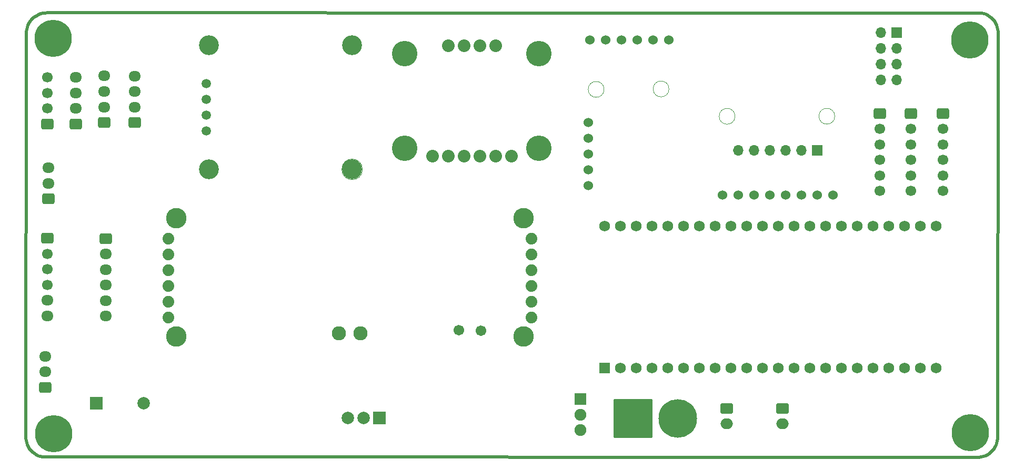
<source format=gbr>
%TF.GenerationSoftware,KiCad,Pcbnew,8.0.1*%
%TF.CreationDate,2024-04-08T11:37:36-05:00*%
%TF.ProjectId,C1,43312e6b-6963-4616-945f-706362585858,rev?*%
%TF.SameCoordinates,Original*%
%TF.FileFunction,Soldermask,Bot*%
%TF.FilePolarity,Negative*%
%FSLAX46Y46*%
G04 Gerber Fmt 4.6, Leading zero omitted, Abs format (unit mm)*
G04 Created by KiCad (PCBNEW 8.0.1) date 2024-04-08 11:37:36*
%MOMM*%
%LPD*%
G01*
G04 APERTURE LIST*
G04 Aperture macros list*
%AMRoundRect*
0 Rectangle with rounded corners*
0 $1 Rounding radius*
0 $2 $3 $4 $5 $6 $7 $8 $9 X,Y pos of 4 corners*
0 Add a 4 corners polygon primitive as box body*
4,1,4,$2,$3,$4,$5,$6,$7,$8,$9,$2,$3,0*
0 Add four circle primitives for the rounded corners*
1,1,$1+$1,$2,$3*
1,1,$1+$1,$4,$5*
1,1,$1+$1,$6,$7*
1,1,$1+$1,$8,$9*
0 Add four rect primitives between the rounded corners*
20,1,$1+$1,$2,$3,$4,$5,0*
20,1,$1+$1,$4,$5,$6,$7,0*
20,1,$1+$1,$6,$7,$8,$9,0*
20,1,$1+$1,$8,$9,$2,$3,0*%
G04 Aperture macros list end*
%ADD10C,6.000000*%
%ADD11C,1.701800*%
%ADD12C,1.879600*%
%ADD13C,2.286000*%
%ADD14C,3.301600*%
%ADD15RoundRect,0.250000X-0.725000X0.600000X-0.725000X-0.600000X0.725000X-0.600000X0.725000X0.600000X0*%
%ADD16O,1.950000X1.700000*%
%ADD17RoundRect,0.250000X0.725000X-0.600000X0.725000X0.600000X-0.725000X0.600000X-0.725000X-0.600000X0*%
%ADD18C,1.700000*%
%ADD19R,2.000000X2.000000*%
%ADD20C,2.000000*%
%ADD21C,6.204000*%
%ADD22RoundRect,0.102000X-3.000000X-3.000000X3.000000X-3.000000X3.000000X3.000000X-3.000000X3.000000X0*%
%ADD23R,1.900000X1.900000*%
%ADD24C,1.900000*%
%ADD25RoundRect,0.250000X-0.750000X0.600000X-0.750000X-0.600000X0.750000X-0.600000X0.750000X0.600000X0*%
%ADD26O,2.000000X1.700000*%
%ADD27R,1.700000X1.700000*%
%ADD28O,1.700000X1.700000*%
%ADD29RoundRect,0.102000X0.765000X-0.765000X0.765000X0.765000X-0.765000X0.765000X-0.765000X-0.765000X0*%
%ADD30C,1.734000*%
%ADD31C,1.524000*%
%ADD32C,3.200000*%
%ADD33C,1.500000*%
%ADD34C,2.032000*%
%ADD35C,4.101600*%
%TA.AperFunction,Profile*%
%ADD36C,0.100000*%
%TD*%
%TA.AperFunction,Profile*%
%ADD37C,0.500000*%
%TD*%
G04 APERTURE END LIST*
D10*
%TO.C,H2*%
X71550000Y-127270000D03*
%TD*%
D11*
%TO.C,J4*%
X136780000Y-110647000D03*
X140348000Y-110697000D03*
D12*
X148464000Y-95915000D03*
D13*
X120970000Y-111160000D03*
D12*
X90044000Y-95915000D03*
X148464000Y-98455000D03*
X90044000Y-98455000D03*
X148464000Y-100995000D03*
X90044000Y-100995000D03*
X148464000Y-103535000D03*
X90044000Y-103535000D03*
X148464000Y-106075000D03*
X90044000Y-106075000D03*
X148464000Y-108615000D03*
D13*
X117470000Y-111160000D03*
D12*
X90044000Y-108615000D03*
D14*
X147194000Y-111663000D03*
X147194000Y-92613000D03*
X91314000Y-111663000D03*
X91314000Y-92613000D03*
%TD*%
D15*
%TO.C,GPS-M10Q1*%
X79950000Y-95870000D03*
D16*
X79950000Y-98370000D03*
X79950000Y-100870000D03*
X79950000Y-103370000D03*
X79950000Y-105870000D03*
X79950000Y-108370000D03*
%TD*%
D17*
%TO.C,LIDAR1*%
X70590000Y-77410000D03*
D18*
X70590000Y-74910000D03*
X70590000Y-72410000D03*
X70590000Y-69910000D03*
%TD*%
D15*
%TO.C,J1*%
X204530000Y-75720000D03*
D18*
X204530000Y-78220000D03*
X204530000Y-80720000D03*
X204530000Y-83220000D03*
X204530000Y-85720000D03*
X204530000Y-88220000D03*
%TD*%
D17*
%TO.C,Encoder1*%
X70740000Y-89500000D03*
D16*
X70740000Y-87000000D03*
X70740000Y-84500000D03*
%TD*%
D15*
%TO.C,J5*%
X209500000Y-75720000D03*
D18*
X209500000Y-78220000D03*
X209500000Y-80720000D03*
X209500000Y-83220000D03*
X209500000Y-85720000D03*
X209500000Y-88220000D03*
%TD*%
D17*
%TO.C,LIDAR4*%
X84582000Y-77210000D03*
D16*
X84582000Y-74710000D03*
X84582000Y-72210000D03*
X84582000Y-69710000D03*
%TD*%
D10*
%TO.C,H3*%
X219060000Y-127170000D03*
%TD*%
D19*
%TO.C,U1*%
X123962000Y-124778000D03*
D20*
X121422000Y-124778000D03*
X118882000Y-124778000D03*
%TD*%
D21*
%TO.C,J8*%
X172000000Y-124820000D03*
D22*
X164800000Y-124820000D03*
%TD*%
D23*
%TO.C,SW2*%
X156310000Y-121720000D03*
D24*
X156310000Y-124220000D03*
X156310000Y-126720000D03*
%TD*%
D19*
%TO.C,BZ1*%
X78440000Y-122360000D03*
D20*
X86040000Y-122360000D03*
%TD*%
D10*
%TO.C,H4*%
X218940000Y-63850000D03*
%TD*%
D25*
%TO.C,J10*%
X179900000Y-123210000D03*
D26*
X179900000Y-125710000D03*
%TD*%
D15*
%TO.C,GPS-M10Q5883*%
X70590000Y-95840000D03*
D18*
X70590000Y-98340000D03*
X70590000Y-100840000D03*
X70590000Y-103340000D03*
D16*
X70590000Y-105840000D03*
X70590000Y-108340000D03*
%TD*%
D27*
%TO.C,NRF24L1*%
X207240000Y-62670000D03*
D28*
X204700000Y-62670000D03*
X207240000Y-65210000D03*
X204700000Y-65210000D03*
X207240000Y-67750000D03*
X204700000Y-67750000D03*
X207240000Y-70290000D03*
X204700000Y-70290000D03*
%TD*%
D29*
%TO.C,U3*%
X160210000Y-116720000D03*
D30*
X162750000Y-116720000D03*
X165290000Y-116720000D03*
X167830000Y-116720000D03*
X170370000Y-116720000D03*
X172910000Y-116720000D03*
X175450000Y-116720000D03*
X177990000Y-116720000D03*
X180530000Y-116720000D03*
X183070000Y-116720000D03*
X185610000Y-116720000D03*
X188150000Y-116720000D03*
X190690000Y-116720000D03*
X193230000Y-116720000D03*
X195770000Y-116720000D03*
X198310000Y-116720000D03*
X200850000Y-116720000D03*
X203390000Y-116720000D03*
X205930000Y-116720000D03*
X208470000Y-116720000D03*
X211010000Y-116720000D03*
X213550000Y-116720000D03*
X160210000Y-93860000D03*
X162750000Y-93860000D03*
X165290000Y-93860000D03*
X167830000Y-93860000D03*
X170370000Y-93860000D03*
X172910000Y-93860000D03*
X175450000Y-93860000D03*
X177990000Y-93860000D03*
X180530000Y-93860000D03*
X183070000Y-93860000D03*
X185610000Y-93860000D03*
X188150000Y-93860000D03*
X190690000Y-93860000D03*
X193230000Y-93860000D03*
X195770000Y-93860000D03*
X198310000Y-93860000D03*
X200850000Y-93860000D03*
X203390000Y-93860000D03*
X205930000Y-93860000D03*
X208470000Y-93860000D03*
X211010000Y-93860000D03*
X213550000Y-93860000D03*
%TD*%
D31*
%TO.C,BMP280*%
X170547000Y-63927000D03*
X168007000Y-63927000D03*
X165467000Y-63927000D03*
X162927000Y-63927000D03*
X160387000Y-63927000D03*
X157847000Y-63927000D03*
%TD*%
D17*
%TO.C,Pitot1*%
X70190000Y-119840000D03*
D16*
X70190000Y-117340000D03*
X70190000Y-114840000D03*
%TD*%
D32*
%TO.C,Oled1*%
X96590000Y-84730000D03*
X119590000Y-84730000D03*
X96590000Y-64730000D03*
X119590000Y-64730000D03*
D33*
X96090000Y-78540000D03*
X96090000Y-76000000D03*
X96090000Y-73460000D03*
X96090000Y-70920000D03*
%TD*%
D17*
%TO.C,LIDAR2*%
X75138000Y-77410000D03*
D16*
X75138000Y-74910000D03*
X75138000Y-72410000D03*
X75138000Y-69910000D03*
%TD*%
D15*
%TO.C,J6*%
X214660000Y-75720000D03*
D18*
X214660000Y-78220000D03*
X214660000Y-80720000D03*
X214660000Y-83220000D03*
X214660000Y-85720000D03*
X214660000Y-88220000D03*
%TD*%
D34*
%TO.C,J3*%
X132526200Y-82590300D03*
X135066200Y-82590300D03*
X137606200Y-82590300D03*
X140146200Y-82590300D03*
X142686200Y-82590300D03*
X145226200Y-82590300D03*
X135066200Y-64810300D03*
X137606200Y-64810300D03*
X140146200Y-64810300D03*
X142686200Y-64810300D03*
D35*
X128081200Y-66080300D03*
X128081200Y-81320300D03*
X149671200Y-66080300D03*
X149671200Y-81320300D03*
%TD*%
D25*
%TO.C,J9*%
X188840000Y-123220000D03*
D26*
X188840000Y-125720000D03*
%TD*%
D31*
%TO.C,Gy-271*%
X157592000Y-77187000D03*
X157592000Y-79727000D03*
X157592000Y-82267000D03*
X157592000Y-84807000D03*
X157592000Y-87347000D03*
%TD*%
D17*
%TO.C,LIDAR3*%
X79710000Y-77190000D03*
D16*
X79710000Y-74690000D03*
X79710000Y-72190000D03*
X79710000Y-69690000D03*
%TD*%
D31*
%TO.C,J7*%
X179197000Y-88885000D03*
X181737000Y-88885000D03*
X184277000Y-88885000D03*
X186817000Y-88885000D03*
X189357000Y-88885000D03*
X191897000Y-88885000D03*
X194437000Y-88885000D03*
X196977000Y-88885000D03*
%TD*%
D10*
%TO.C,H1*%
X71520000Y-63670000D03*
%TD*%
D27*
%TO.C,J2*%
X194430000Y-81630000D03*
D28*
X191890000Y-81630000D03*
X189350000Y-81630000D03*
X186810000Y-81630000D03*
X184270000Y-81630000D03*
X181730000Y-81630000D03*
%TD*%
D36*
X121264362Y-84734361D02*
G75*
G02*
X117935638Y-84734361I-1664362J0D01*
G01*
X117935638Y-84734361D02*
G75*
G02*
X121264362Y-84734361I1664362J0D01*
G01*
X197253146Y-76173145D02*
G75*
G02*
X194706854Y-76173145I-1273146J0D01*
G01*
X194706854Y-76173145D02*
G75*
G02*
X197253146Y-76173145I1273146J0D01*
G01*
D37*
X161119995Y-59574831D02*
X220354932Y-59539894D01*
X220533095Y-59542393D01*
X220887181Y-59582293D01*
X221234573Y-59661586D01*
X221570903Y-59779275D01*
X221891942Y-59933881D01*
X222193652Y-60123460D01*
X222472239Y-60345626D01*
X222724200Y-60597587D01*
X222946366Y-60876174D01*
X223135945Y-61177884D01*
X223290551Y-61498923D01*
X223408240Y-61835253D01*
X223487533Y-62182645D01*
X223527433Y-62536731D01*
X223529932Y-62714894D01*
X223459995Y-127919831D01*
X223457498Y-128097995D01*
X223417602Y-128452082D01*
X223338311Y-128799476D01*
X223220624Y-129135808D01*
X223066019Y-129456848D01*
X222876441Y-129758560D01*
X222654274Y-130037148D01*
X222402312Y-130289110D01*
X222123724Y-130511277D01*
X221822012Y-130700855D01*
X221500972Y-130855460D01*
X221164640Y-130973147D01*
X220817246Y-131052438D01*
X220463159Y-131092334D01*
X220284995Y-131094831D01*
X70289995Y-131059831D01*
X70111831Y-131057334D01*
X69757744Y-131017438D01*
X69410350Y-130938147D01*
X69074018Y-130820460D01*
X68752978Y-130665855D01*
X68451266Y-130476277D01*
X68172678Y-130254110D01*
X67920716Y-130002148D01*
X67698549Y-129723560D01*
X67508971Y-129421848D01*
X67354366Y-129100808D01*
X67236679Y-128764476D01*
X67157388Y-128417082D01*
X67117492Y-128062995D01*
X67114995Y-127884831D01*
X67200059Y-62734895D01*
X67202558Y-62556732D01*
X67242458Y-62202646D01*
X67321751Y-61855254D01*
X67439440Y-61518923D01*
X67594046Y-61197885D01*
X67783624Y-60896175D01*
X68005791Y-60617588D01*
X68257752Y-60365627D01*
X68536339Y-60143460D01*
X68838049Y-59953882D01*
X69159087Y-59799276D01*
X69495418Y-59681587D01*
X69842810Y-59602294D01*
X70196896Y-59562394D01*
X70540000Y-59500000D01*
X161119995Y-59574831D01*
D36*
X181203146Y-76183145D02*
G75*
G02*
X178656854Y-76183145I-1273146J0D01*
G01*
X178656854Y-76183145D02*
G75*
G02*
X181203146Y-76183145I1273146J0D01*
G01*
X160133146Y-71853145D02*
G75*
G02*
X157586854Y-71853145I-1273146J0D01*
G01*
X157586854Y-71853145D02*
G75*
G02*
X160133146Y-71853145I1273146J0D01*
G01*
X170576291Y-71780000D02*
G75*
G02*
X168029999Y-71780000I-1273146J0D01*
G01*
X168029999Y-71780000D02*
G75*
G02*
X170576291Y-71780000I1273146J0D01*
G01*
M02*

</source>
